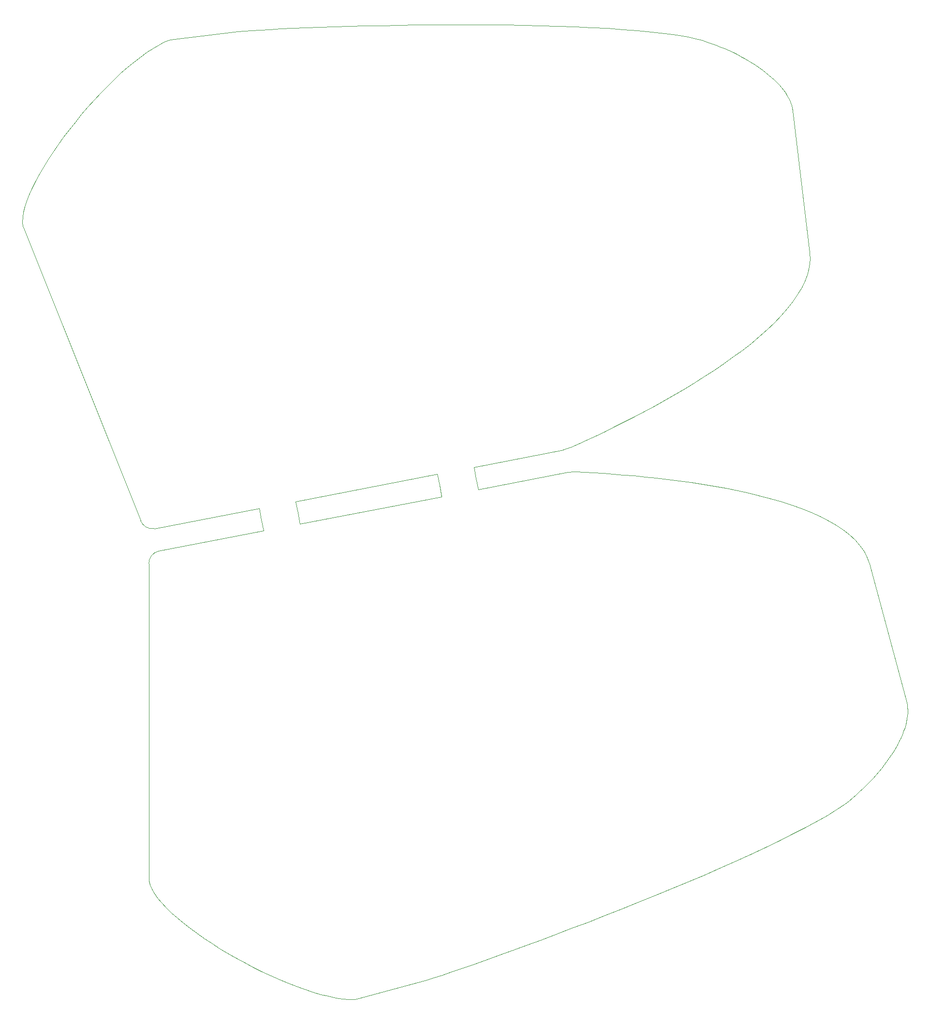
<source format=gbr>
%TF.GenerationSoftware,KiCad,Pcbnew,(5.99.0-11571-g293f207356)*%
%TF.CreationDate,2021-10-03T12:50:16-05:00*%
%TF.ProjectId,fusion,66757369-6f6e-42e6-9b69-6361645f7063,rev?*%
%TF.SameCoordinates,Original*%
%TF.FileFunction,Profile,NP*%
%FSLAX46Y46*%
G04 Gerber Fmt 4.6, Leading zero omitted, Abs format (unit mm)*
G04 Created by KiCad (PCBNEW (5.99.0-11571-g293f207356)) date 2021-10-03 12:50:16*
%MOMM*%
%LPD*%
G01*
G04 APERTURE LIST*
%TA.AperFunction,Profile*%
%ADD10C,0.100000*%
%TD*%
%ADD11C,0.100000*%
G04 APERTURE END LIST*
D10*
X103055660Y-53049877D02*
X82667569Y-2076009D01*
D11*
X226392889Y-102604283D02*
X224900683Y-103591230D01*
X223216192Y-104619492D01*
X221353308Y-105684844D01*
X219325919Y-106783062D01*
X217147919Y-107909922D01*
X214833198Y-109061198D01*
X212395647Y-110232666D01*
X209849156Y-111420103D01*
X207207618Y-112619283D01*
X204484923Y-113825982D01*
X201694963Y-115035975D01*
X198851628Y-116245039D01*
X195968809Y-117448948D01*
X193060398Y-118643479D01*
X190140285Y-119824407D01*
X187222362Y-120987507D01*
X184320519Y-122128554D01*
X181448649Y-123243326D01*
X178620641Y-124327596D01*
X175850387Y-125377141D01*
X173151778Y-126387736D01*
X170538705Y-127355157D01*
X168025059Y-128275179D01*
X165624731Y-129143578D01*
X163351612Y-129956129D01*
X161219594Y-130708608D01*
X159242567Y-131396791D01*
X157434423Y-132016453D01*
X155809052Y-132563369D01*
X154380345Y-133033315D01*
X153162195Y-133422067D01*
X152168491Y-133725401D01*
D10*
X105413834Y-54448152D02*
G75*
G02*
X103055660Y-53049877I-269081J2233851D01*
G01*
X162141864Y-47597546D02*
X161763673Y-45633629D01*
D11*
X217213414Y18741384D02*
X217140738Y19185191D01*
X217028861Y19631839D01*
X216878825Y20080704D01*
X216691673Y20531163D01*
X216468446Y20982595D01*
X216210186Y21434377D01*
X215917938Y21885886D01*
X215592741Y22336500D01*
X215235640Y22785595D01*
X214847676Y23232551D01*
X214429892Y23676743D01*
X213983330Y24117550D01*
X213509032Y24554349D01*
X213008040Y24986517D01*
X212481398Y25413432D01*
X211930148Y25834472D01*
X211355330Y26249013D01*
X210757989Y26656433D01*
X210139167Y27056111D01*
X209499905Y27447422D01*
X208841246Y27829746D01*
X208164233Y28202458D01*
X207469907Y28564937D01*
X206759312Y28916560D01*
X206033489Y29256705D01*
X205293481Y29584748D01*
X204540330Y29900068D01*
X203775078Y30202042D01*
X202998769Y30490048D01*
X202212443Y30763462D01*
X201417145Y31021662D01*
X200613915Y31264027D01*
D10*
X177802545Y-44576478D02*
X162141864Y-47597546D01*
X230671362Y-60616223D02*
X237154781Y-84812667D01*
D11*
X108224644Y31174139D02*
X107252387Y30769893D01*
X106237649Y30256641D01*
X105185796Y29641188D01*
X104102198Y28930340D01*
X102992222Y28130900D01*
X101861236Y27249674D01*
X100714609Y26293468D01*
X99557710Y25269085D01*
X98395905Y24183332D01*
X97234564Y23043012D01*
X96079054Y21854931D01*
X94934744Y20625894D01*
X93807002Y19362705D01*
X92701197Y18072171D01*
X91622696Y16761095D01*
X90576868Y15436282D01*
X89569080Y14104538D01*
X88604702Y12772668D01*
X87689101Y11447477D01*
X86827646Y10135769D01*
X86025704Y8844349D01*
X85288645Y7580023D01*
X84621835Y6349595D01*
X84030645Y5159870D01*
X83520441Y4017654D01*
X83096591Y2929751D01*
X82764465Y1902966D01*
X82529430Y944105D01*
X82396855Y59972D01*
X82372107Y-742627D01*
X82460556Y-1456889D01*
X82667569Y-2076009D01*
D10*
X124581943Y-54830447D02*
X106170218Y-58375987D01*
X155002751Y-44898832D02*
X155380942Y-46862750D01*
X124581943Y-54830447D02*
X124203752Y-52866530D01*
D11*
X220179432Y-6132404D02*
X220231970Y-7321625D01*
X220113220Y-8523417D01*
X219831558Y-9735713D01*
X219395359Y-10956449D01*
X218813000Y-12183561D01*
X218092857Y-13414985D01*
X217243305Y-14648655D01*
X216272721Y-15882509D01*
X215189481Y-17114480D01*
X214001960Y-18342506D01*
X212718536Y-19564521D01*
X211347583Y-20778461D01*
X209897479Y-21982261D01*
X208376598Y-23173858D01*
X206793318Y-24351187D01*
X205156013Y-25512182D01*
X203473061Y-26654781D01*
X201752836Y-27776919D01*
X200003716Y-28876530D01*
X198234077Y-29951551D01*
X196452293Y-30999918D01*
X194666742Y-32019565D01*
X192885799Y-33008429D01*
X191117841Y-33964444D01*
X189371243Y-34885548D01*
X187654381Y-35769674D01*
X185975632Y-36614760D01*
X184343372Y-37418740D01*
X182765976Y-38179549D01*
X181251821Y-38895125D01*
X179809282Y-39563401D01*
X178446737Y-40182315D01*
D10*
X106170217Y-58375987D02*
G75*
G03*
X104499959Y-60550016I579742J-2174028D01*
G01*
X123825561Y-50902613D02*
X105413836Y-54448152D01*
X161385482Y-43669713D02*
X161763673Y-45633630D01*
D11*
X140577378Y-136831227D02*
X139524528Y-136816954D01*
X138391752Y-136717249D01*
X137186563Y-136536434D01*
X135916471Y-136278835D01*
X134588987Y-135948776D01*
X133211625Y-135550582D01*
X131791893Y-135088578D01*
X130337306Y-134567089D01*
X128855372Y-133990439D01*
X127353605Y-133362953D01*
X125839516Y-132688956D01*
X124320616Y-131972772D01*
X122804416Y-131218726D01*
X121298428Y-130431144D01*
X119810164Y-129614349D01*
X118347134Y-128772666D01*
X116916851Y-127910421D01*
X115526826Y-127031937D01*
X114184570Y-126141540D01*
X112897595Y-125243555D01*
X111673412Y-124342305D01*
X110519532Y-123442116D01*
X109443468Y-122547313D01*
X108452730Y-121662220D01*
X107554831Y-120791162D01*
X106757280Y-119938463D01*
X106067591Y-119108449D01*
X105493274Y-118305444D01*
X105041841Y-117533773D01*
X104720804Y-116797761D01*
X104537673Y-116101732D01*
X104499961Y-115450011D01*
D10*
X177048130Y-40658858D02*
X161385482Y-43669713D01*
X179278104Y-44499544D02*
G75*
G03*
X177802545Y-44576478I-365314J-7182127D01*
G01*
X130964675Y-53601327D02*
X130586484Y-51637409D01*
X155759133Y-48826667D02*
X155380942Y-46862749D01*
X152168491Y-133725401D02*
X140577378Y-136831227D01*
D11*
X230671362Y-60616223D02*
X230278504Y-59492536D01*
X229721940Y-58420789D01*
X229010213Y-57399790D01*
X228151866Y-56428344D01*
X227155444Y-55505257D01*
X226029490Y-54629336D01*
X224782548Y-53799386D01*
X223423161Y-53014215D01*
X221959873Y-52272627D01*
X220401228Y-51573430D01*
X218755769Y-50915429D01*
X217032041Y-50297430D01*
X215238587Y-49718241D01*
X213383950Y-49176666D01*
X211476675Y-48671513D01*
X209525304Y-48201587D01*
X207538382Y-47765695D01*
X205524453Y-47362642D01*
X203492059Y-46991235D01*
X201449745Y-46650281D01*
X199406055Y-46338585D01*
X197369532Y-46054953D01*
X195348720Y-45798192D01*
X193352162Y-45567107D01*
X191388402Y-45360506D01*
X189465984Y-45177194D01*
X187593452Y-45015978D01*
X185779349Y-44875663D01*
X184032219Y-44755056D01*
X182360606Y-44652963D01*
X180773053Y-44568190D01*
X179278105Y-44499544D01*
D10*
X130208293Y-49673492D02*
X130586484Y-51637410D01*
X220179432Y-6132404D02*
X217213414Y18741384D01*
X123825561Y-50902613D02*
X124203752Y-52866530D01*
X155002751Y-44898832D02*
X130208293Y-49673492D01*
X155759133Y-48826667D02*
X130964675Y-53601327D01*
D11*
X200613915Y31264027D02*
X198861902Y31626236D01*
X196916013Y31955397D01*
X194790713Y32252746D01*
X192500470Y32519519D01*
X190059748Y32756953D01*
X187483015Y32966284D01*
X184784738Y33148747D01*
X181979382Y33305581D01*
X179081414Y33438020D01*
X176105302Y33547302D01*
X173065510Y33634662D01*
X169976506Y33701337D01*
X166852757Y33748564D01*
X163708728Y33777578D01*
X160558886Y33789617D01*
X157417698Y33785916D01*
X154299630Y33767712D01*
X151219148Y33736241D01*
X148190720Y33692739D01*
X145228811Y33638444D01*
X142347889Y33574590D01*
X139562418Y33502415D01*
X136886867Y33423156D01*
X134335701Y33338047D01*
X131923388Y33248326D01*
X129664392Y33155230D01*
X127573182Y33059993D01*
X125664223Y32963853D01*
X123951982Y32868047D01*
X122450926Y32773810D01*
X121175520Y32682379D01*
X120140232Y32594990D01*
X237154781Y-84812667D02*
X237252118Y-85251725D01*
X237314113Y-85707978D01*
X237341501Y-86180462D01*
X237335018Y-86668209D01*
X237295402Y-87170257D01*
X237223390Y-87685639D01*
X237119717Y-88213390D01*
X236985120Y-88752546D01*
X236820336Y-89302141D01*
X236626102Y-89861210D01*
X236403154Y-90428788D01*
X236152229Y-91003910D01*
X235874063Y-91585610D01*
X235569393Y-92172924D01*
X235238956Y-92764887D01*
X234883488Y-93360533D01*
X234503726Y-93958897D01*
X234100406Y-94559015D01*
X233674265Y-95159920D01*
X233226040Y-95760649D01*
X232756468Y-96360235D01*
X232266284Y-96957714D01*
X231756225Y-97552121D01*
X231227029Y-98142491D01*
X230679432Y-98727857D01*
X230114169Y-99307256D01*
X229531979Y-99879722D01*
X228933597Y-100444291D01*
X228319761Y-100999996D01*
X227691206Y-101545873D01*
X227048670Y-102080957D01*
X226392889Y-102604283D01*
D10*
X120140232Y32594990D02*
X108224644Y31174139D01*
X178446737Y-40182316D02*
G75*
G02*
X177048130Y-40658858I-3006400J6532838D01*
G01*
X104499959Y-60550016D02*
X104499961Y-115450011D01*
M02*

</source>
